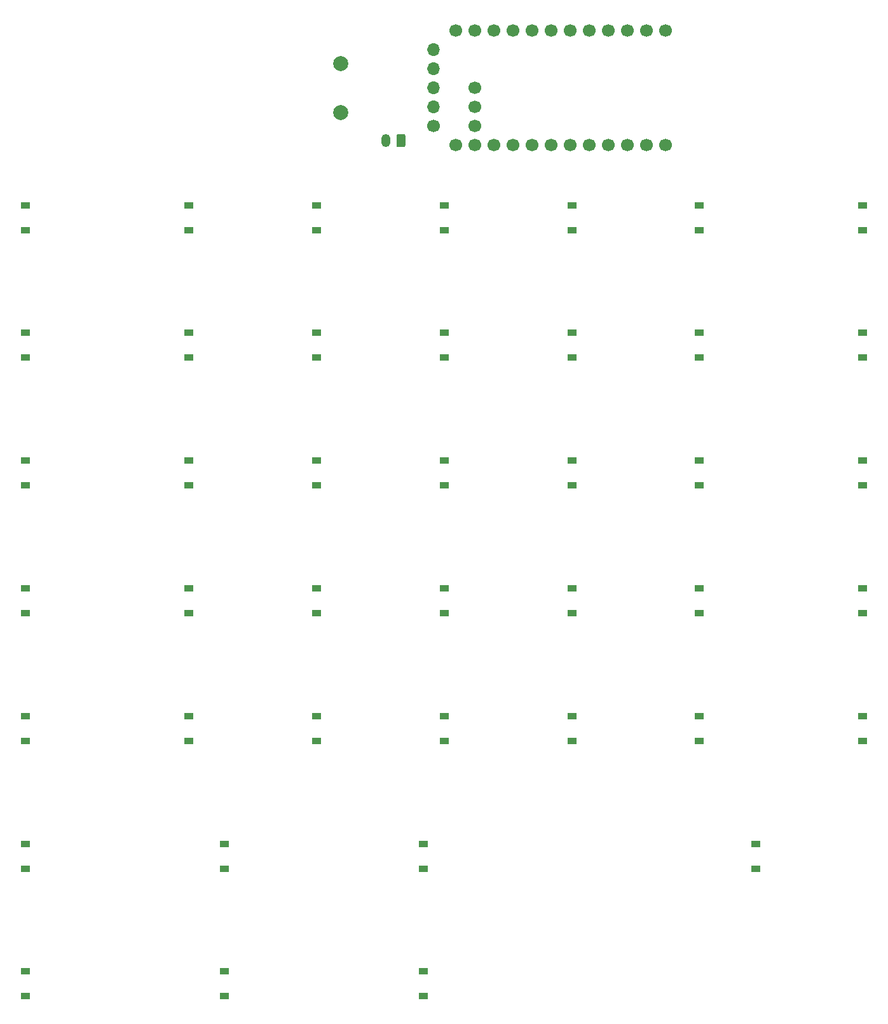
<source format=gtl>
G04 #@! TF.GenerationSoftware,KiCad,Pcbnew,8.0.4+1*
G04 #@! TF.CreationDate,2024-10-01T15:26:06+00:00*
G04 #@! TF.ProjectId,left,6c656674-2e6b-4696-9361-645f70636258,v0.2*
G04 #@! TF.SameCoordinates,Original*
G04 #@! TF.FileFunction,Copper,L1,Top*
G04 #@! TF.FilePolarity,Positive*
%FSLAX46Y46*%
G04 Gerber Fmt 4.6, Leading zero omitted, Abs format (unit mm)*
G04 Created by KiCad (PCBNEW 8.0.4+1) date 2024-10-01 15:26:06*
%MOMM*%
%LPD*%
G01*
G04 APERTURE LIST*
G04 #@! TA.AperFunction,SMDPad,CuDef*
%ADD10R,1.200000X0.900000*%
G04 #@! TD*
G04 #@! TA.AperFunction,ComponentPad*
%ADD11C,1.700000*%
G04 #@! TD*
G04 #@! TA.AperFunction,ComponentPad*
%ADD12O,1.700000X1.700000*%
G04 #@! TD*
G04 #@! TA.AperFunction,ComponentPad*
%ADD13O,1.200000X1.750000*%
G04 #@! TD*
G04 #@! TA.AperFunction,ComponentPad*
%ADD14C,2.000000*%
G04 #@! TD*
G04 APERTURE END LIST*
D10*
X100000000Y-62850000D03*
X100000000Y-66150000D03*
X80250000Y-113850000D03*
X80250000Y-117150000D03*
X117000000Y-62850000D03*
X117000000Y-66150000D03*
X27250000Y-113850000D03*
X27250000Y-117150000D03*
X83000000Y-62850000D03*
X83000000Y-66150000D03*
X27250000Y-28850000D03*
X27250000Y-32150000D03*
X49000000Y-79850000D03*
X49000000Y-83150000D03*
X117000000Y-96850000D03*
X117000000Y-100150000D03*
X49000000Y-28850000D03*
X49000000Y-32150000D03*
D11*
X112440000Y-20870000D03*
X109900000Y-20870000D03*
X107360000Y-20870000D03*
X104820000Y-20870000D03*
X102280000Y-20870000D03*
X99740000Y-20870000D03*
X97200000Y-20870000D03*
X94660000Y-20870000D03*
X92120000Y-20870000D03*
X89580000Y-20870000D03*
X87040000Y-20870000D03*
X84500000Y-20870000D03*
X84500000Y-5630000D03*
X87040000Y-5630000D03*
X89580000Y-5630000D03*
X92120000Y-5630000D03*
X94660000Y-5630000D03*
X97200000Y-5630000D03*
X99740000Y-5630000D03*
X102280000Y-5630000D03*
X104820000Y-5630000D03*
X107360000Y-5630000D03*
X109900000Y-5630000D03*
X112440000Y-5630000D03*
X87040000Y-18330000D03*
X87040000Y-15790000D03*
X87040000Y-13250000D03*
D10*
X49000000Y-45850000D03*
X49000000Y-49150000D03*
X124500000Y-113850000D03*
X124500000Y-117150000D03*
X49000000Y-96850000D03*
X49000000Y-100150000D03*
X27250000Y-130850000D03*
X27250000Y-134150000D03*
X100000000Y-45850000D03*
X100000000Y-49150000D03*
X83000000Y-28850000D03*
X83000000Y-32150000D03*
X138750000Y-96850000D03*
X138750000Y-100150000D03*
X100000000Y-96850000D03*
X100000000Y-100150000D03*
X49000000Y-62850000D03*
X49000000Y-66150000D03*
X83000000Y-79850000D03*
X83000000Y-83150000D03*
X83000000Y-96850000D03*
X83000000Y-100150000D03*
X117000000Y-79850000D03*
X117000000Y-83150000D03*
X27250000Y-45850000D03*
X27250000Y-49150000D03*
X53750000Y-130850000D03*
X53750000Y-134150000D03*
X66000000Y-96850000D03*
X66000000Y-100150000D03*
X27250000Y-79850000D03*
X27250000Y-83150000D03*
D12*
X81540000Y-8170000D03*
X81540000Y-10710000D03*
X81540000Y-13250000D03*
X81540000Y-15790000D03*
D11*
X81540000Y-18330000D03*
D10*
X83000000Y-45850000D03*
X83000000Y-49150000D03*
X138750000Y-45850000D03*
X138750000Y-49150000D03*
X66000000Y-62850000D03*
X66000000Y-66150000D03*
X53750000Y-113850000D03*
X53750000Y-117150000D03*
X117000000Y-45850000D03*
X117000000Y-49150000D03*
X138750000Y-28850000D03*
X138750000Y-32150000D03*
X66000000Y-79850000D03*
X66000000Y-83150000D03*
X138750000Y-62850000D03*
X138750000Y-66150000D03*
X66000000Y-45850000D03*
X66000000Y-49150000D03*
X80250000Y-130850000D03*
X80250000Y-134150000D03*
X27250000Y-62850000D03*
X27250000Y-66150000D03*
X100000000Y-79850000D03*
X100000000Y-83150000D03*
X100000000Y-28850000D03*
X100000000Y-32150000D03*
X27250000Y-96850000D03*
X27250000Y-100150000D03*
G04 #@! TA.AperFunction,ComponentPad*
G36*
G01*
X77830000Y-19615000D02*
X77830000Y-20885000D01*
G75*
G02*
X77590000Y-21125000I-240000J0D01*
G01*
X76870000Y-21125000D01*
G75*
G02*
X76630000Y-20885000I0J240000D01*
G01*
X76630000Y-19615000D01*
G75*
G02*
X76870000Y-19375000I240000J0D01*
G01*
X77590000Y-19375000D01*
G75*
G02*
X77830000Y-19615000I0J-240000D01*
G01*
G37*
G04 #@! TD.AperFunction*
D13*
X75230000Y-20250000D03*
D10*
X66000000Y-28850000D03*
X66000000Y-32150000D03*
X138750000Y-79850000D03*
X138750000Y-83150000D03*
X117000000Y-28850000D03*
X117000000Y-32150000D03*
D14*
X69230000Y-10000000D03*
X69230000Y-16500000D03*
M02*

</source>
